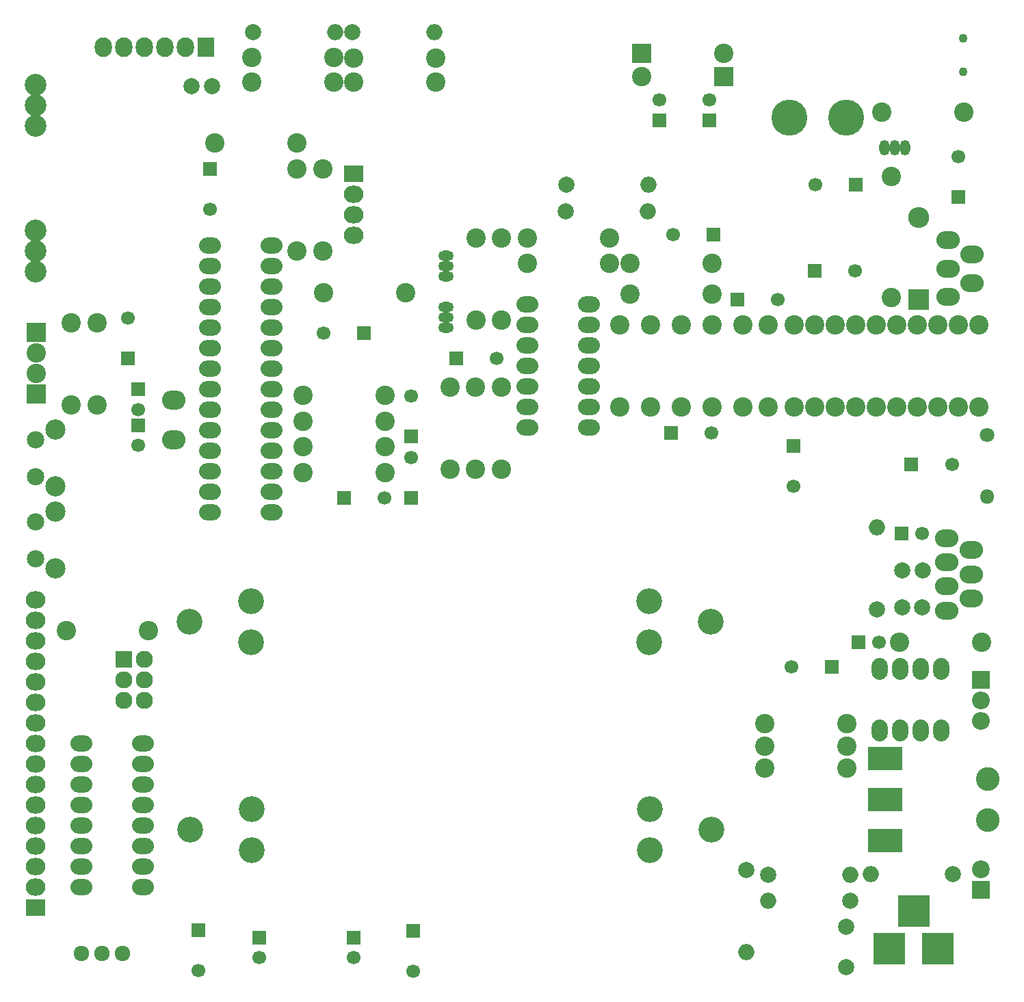
<source format=gbs>
G04 #@! TF.FileFunction,Soldermask,Bot*
%FSLAX46Y46*%
G04 Gerber Fmt 4.6, Leading zero omitted, Abs format (unit mm)*
G04 Created by KiCad (PCBNEW 4.0.3-stable) date 03/05/17 10:28:03*
%MOMM*%
%LPD*%
G01*
G04 APERTURE LIST*
%ADD10C,0.100000*%
%ADD11C,1.100000*%
%ADD12C,3.200000*%
%ADD13R,1.700000X1.700000*%
%ADD14C,1.700000*%
%ADD15C,2.000000*%
%ADD16C,2.398980*%
%ADD17R,2.398980X2.398980*%
%ADD18O,2.000000X2.000000*%
%ADD19C,1.800000*%
%ADD20O,1.800000X1.800000*%
%ADD21R,2.600000X2.600000*%
%ADD22O,2.600000X2.600000*%
%ADD23R,4.210000X2.940000*%
%ADD24C,2.940000*%
%ADD25R,3.900000X3.900000*%
%ADD26C,2.700000*%
%ADD27O,2.899360X2.398980*%
%ADD28R,2.200000X2.200000*%
%ADD29C,2.200000*%
%ADD30O,2.200000X2.200000*%
%ADD31O,2.000000X2.700000*%
%ADD32O,1.901140X1.299160*%
%ADD33R,2.400000X2.400000*%
%ADD34C,2.400000*%
%ADD35C,1.924000*%
%ADD36O,2.700000X2.000000*%
%ADD37C,2.500000*%
%ADD38C,2.150000*%
%ADD39R,2.127200X2.432000*%
%ADD40O,2.127200X2.432000*%
%ADD41C,4.464000*%
%ADD42R,2.127200X2.127200*%
%ADD43O,2.127200X2.127200*%
%ADD44R,2.432000X2.127200*%
%ADD45O,2.432000X2.127200*%
%ADD46O,2.899360X2.200860*%
%ADD47O,1.299160X1.901140*%
G04 APERTURE END LIST*
D10*
D11*
X164795000Y-40885000D03*
X164795000Y-36735000D03*
D12*
X133564000Y-109000000D03*
X125944000Y-111540000D03*
X125944000Y-106460000D03*
X69090000Y-109000000D03*
X76710000Y-106460000D03*
X76710000Y-111540000D03*
X69176000Y-134730000D03*
X76796000Y-132190000D03*
X76796000Y-137270000D03*
X133650000Y-134730000D03*
X126030000Y-137270000D03*
X126030000Y-132190000D03*
D13*
X71570000Y-52900000D03*
D14*
X71570000Y-57900000D03*
D13*
X61410000Y-76395000D03*
D14*
X61410000Y-71395000D03*
D13*
X88207000Y-93667000D03*
D14*
X93207000Y-93667000D03*
D13*
X96462000Y-93667000D03*
D14*
X96462000Y-88667000D03*
D13*
X96462000Y-86047000D03*
D14*
X96462000Y-81047000D03*
D13*
X90620000Y-73220000D03*
D14*
X85620000Y-73220000D03*
D13*
X102050000Y-76395000D03*
D14*
X107050000Y-76395000D03*
D13*
X133927000Y-61028000D03*
D14*
X128927000Y-61028000D03*
D13*
X136905000Y-69098000D03*
D14*
X141905000Y-69098000D03*
D13*
X128650000Y-85608000D03*
D14*
X133650000Y-85608000D03*
D15*
X150317200Y-151765000D03*
X150317200Y-146765000D03*
D16*
X155955000Y-53858000D03*
X155955000Y-68858000D03*
X135197000Y-38673460D03*
D17*
X125037000Y-38673460D03*
D16*
X125037000Y-41472540D03*
D17*
X135197000Y-41472540D03*
D15*
X157251400Y-107213400D03*
X159751400Y-107213400D03*
X157302200Y-102641400D03*
X159802200Y-102641400D03*
X163580000Y-140210000D03*
D18*
X153420000Y-140210000D03*
D15*
X137971600Y-139745600D03*
D18*
X137971600Y-149905600D03*
D15*
X140651600Y-140305600D03*
D18*
X150811600Y-140305600D03*
D15*
X150851600Y-143515600D03*
D18*
X140691600Y-143515600D03*
D15*
X154178000Y-107442000D03*
D18*
X154178000Y-97282000D03*
D19*
X167760000Y-85850000D03*
D20*
X167760000Y-93470000D03*
D15*
X115620800Y-58166000D03*
D18*
X125780800Y-58166000D03*
D15*
X115671600Y-54914800D03*
D18*
X125831600Y-54914800D03*
D15*
X89230200Y-36017200D03*
D18*
X99390200Y-36017200D03*
D15*
X76911200Y-35991800D03*
D18*
X87071200Y-35991800D03*
D15*
X69342000Y-42672000D03*
X71842000Y-42672000D03*
D21*
X159308800Y-69113400D03*
D22*
X159308800Y-58953400D03*
D23*
X155194000Y-130962400D03*
X155194000Y-125882400D03*
X155194000Y-136042400D03*
D24*
X167894000Y-128422400D03*
X167894000Y-133502400D03*
D25*
X155702000Y-149479000D03*
X161702000Y-149479000D03*
X158702000Y-144779000D03*
D26*
X49980000Y-63060000D03*
X49980000Y-65600000D03*
X49980000Y-60520000D03*
X49974500Y-45085000D03*
X49974500Y-47625000D03*
X49974500Y-42545000D03*
D27*
X67125000Y-81574060D03*
X67125000Y-86455940D03*
D28*
X167050000Y-142200000D03*
D29*
X167050000Y-139660000D03*
D28*
X167050000Y-116150000D03*
D30*
X167050000Y-118690000D03*
X167050000Y-121230000D03*
D16*
X121030000Y-64653000D03*
X110870000Y-64653000D03*
X140270000Y-127070000D03*
X150430000Y-127070000D03*
D31*
X154490000Y-122470000D03*
X157030000Y-122470000D03*
X159570000Y-122470000D03*
X162110000Y-122470000D03*
X162110000Y-114850000D03*
X159570000Y-114850000D03*
X157030000Y-114850000D03*
X154490000Y-114850000D03*
D16*
X140715000Y-72273000D03*
X140715000Y-82433000D03*
X137540000Y-72273000D03*
X137540000Y-82433000D03*
X150420000Y-121630000D03*
X140260000Y-121630000D03*
X140270000Y-124360000D03*
X150430000Y-124360000D03*
X93287000Y-87317000D03*
X83127000Y-87317000D03*
X166750000Y-72273000D03*
X166750000Y-82433000D03*
X164210000Y-72273000D03*
X164210000Y-82433000D03*
X161670000Y-72273000D03*
X161670000Y-82433000D03*
X159130000Y-72273000D03*
X159130000Y-82433000D03*
X156590000Y-72273000D03*
X156590000Y-82433000D03*
X154050000Y-72273000D03*
X154050000Y-82433000D03*
X151510000Y-72273000D03*
X151510000Y-82433000D03*
X148970000Y-72273000D03*
X148970000Y-82433000D03*
X146430000Y-72273000D03*
X146430000Y-82433000D03*
X143890000Y-72273000D03*
X143890000Y-82433000D03*
X93287000Y-84142000D03*
X83127000Y-84142000D03*
X93287000Y-80967000D03*
X83127000Y-80967000D03*
X122300000Y-72273000D03*
X122300000Y-82433000D03*
D13*
X148590000Y-114554000D03*
D14*
X143590000Y-114554000D03*
D16*
X133730000Y-72273000D03*
X133730000Y-82433000D03*
D32*
X100780000Y-64965000D03*
X100780000Y-63695000D03*
X100780000Y-66235000D03*
X100780000Y-71315000D03*
X100780000Y-70045000D03*
X100780000Y-72585000D03*
D16*
X104520000Y-71638000D03*
X104520000Y-61478000D03*
X93287000Y-90492000D03*
X83127000Y-90492000D03*
X123570000Y-68463000D03*
X133730000Y-68463000D03*
X133730000Y-64653000D03*
X123570000Y-64653000D03*
X107638000Y-79951000D03*
X107638000Y-90111000D03*
X126110000Y-82433000D03*
X126110000Y-72273000D03*
X129920000Y-72273000D03*
X129920000Y-82433000D03*
X104463000Y-90111000D03*
X104463000Y-79951000D03*
X107695000Y-61478000D03*
X107695000Y-71638000D03*
X101288000Y-79951000D03*
X101288000Y-90111000D03*
X110845600Y-61518800D03*
X121005600Y-61518800D03*
X164915000Y-45915000D03*
X154755000Y-45915000D03*
X76758800Y-39166800D03*
X86918800Y-39166800D03*
X89408000Y-42189400D03*
X99568000Y-42189400D03*
D13*
X157226000Y-98044000D03*
D14*
X159726000Y-98044000D03*
D13*
X151510000Y-54874000D03*
D14*
X146510000Y-54874000D03*
D13*
X62680000Y-80205000D03*
D14*
X62680000Y-82705000D03*
D33*
X50060000Y-80760000D03*
D34*
X50060000Y-78220000D03*
D16*
X99568000Y-39192200D03*
X89408000Y-39192200D03*
X76758800Y-42189400D03*
X86918800Y-42189400D03*
X54425000Y-82110000D03*
X54425000Y-71950000D03*
X167132000Y-111506000D03*
X156972000Y-111506000D03*
X85540000Y-63060000D03*
X85540000Y-52900000D03*
X82365000Y-63060000D03*
X82365000Y-52900000D03*
X53790000Y-110050000D03*
X63950000Y-110050000D03*
D35*
X58235000Y-150055000D03*
X55695000Y-150055000D03*
X60775000Y-150055000D03*
D36*
X71570000Y-62425000D03*
X71570000Y-64965000D03*
X71570000Y-67505000D03*
X71570000Y-70045000D03*
X71570000Y-72585000D03*
X71570000Y-75125000D03*
X71570000Y-77665000D03*
X71570000Y-80205000D03*
X71570000Y-82745000D03*
X71570000Y-85285000D03*
X71570000Y-87825000D03*
X71570000Y-90365000D03*
X71570000Y-92905000D03*
X71570000Y-95445000D03*
X79190000Y-95445000D03*
X79190000Y-92905000D03*
X79190000Y-90365000D03*
X79190000Y-87825000D03*
X79190000Y-85285000D03*
X79190000Y-82745000D03*
X79190000Y-80205000D03*
X79190000Y-77665000D03*
X79190000Y-75125000D03*
X79190000Y-72585000D03*
X79190000Y-70045000D03*
X79190000Y-67505000D03*
X79190000Y-64965000D03*
X79190000Y-62425000D03*
D37*
X52470000Y-95400000D03*
D38*
X49980000Y-96660000D03*
X49980000Y-101160000D03*
D37*
X52470000Y-102410000D03*
D39*
X71120000Y-37846000D03*
D40*
X68580000Y-37846000D03*
X66040000Y-37846000D03*
X63500000Y-37846000D03*
X60960000Y-37846000D03*
X58420000Y-37846000D03*
D16*
X72205000Y-49725000D03*
X82365000Y-49725000D03*
D13*
X143780000Y-87260000D03*
D14*
X143780000Y-92260000D03*
D13*
X151892000Y-111506000D03*
D14*
X154392000Y-111506000D03*
D13*
X146430000Y-65542000D03*
D14*
X151430000Y-65542000D03*
D13*
X164210000Y-56398000D03*
D14*
X164210000Y-51398000D03*
D13*
X158420000Y-89490000D03*
D14*
X163420000Y-89490000D03*
D13*
X62680000Y-84650000D03*
D14*
X62680000Y-87150000D03*
D33*
X50060000Y-73160000D03*
D34*
X50060000Y-75700000D03*
D41*
X150310000Y-46550000D03*
X143325000Y-46550000D03*
D42*
X60902000Y-113606000D03*
D43*
X63442000Y-113606000D03*
X60902000Y-116146000D03*
X63442000Y-116146000D03*
X60902000Y-118686000D03*
X63442000Y-118686000D03*
D44*
X89350000Y-53535000D03*
D45*
X89350000Y-56075000D03*
X89350000Y-58615000D03*
X89350000Y-61155000D03*
D44*
X49980000Y-144340000D03*
D45*
X49980000Y-141800000D03*
X49980000Y-139260000D03*
X49980000Y-136720000D03*
X49980000Y-134180000D03*
X49980000Y-131640000D03*
X49980000Y-129100000D03*
X49980000Y-126560000D03*
X49980000Y-124020000D03*
X49980000Y-121480000D03*
X49980000Y-118940000D03*
X49980000Y-116400000D03*
X49980000Y-113860000D03*
X49980000Y-111320000D03*
X49980000Y-108780000D03*
X49980000Y-106240000D03*
D37*
X52470000Y-85240000D03*
D38*
X49980000Y-86500000D03*
X49980000Y-91000000D03*
D37*
X52470000Y-92250000D03*
D36*
X118490000Y-84973000D03*
X118490000Y-82433000D03*
X118490000Y-79893000D03*
X118490000Y-77353000D03*
X118490000Y-74813000D03*
X118490000Y-72273000D03*
X118490000Y-69733000D03*
X110870000Y-69733000D03*
X110870000Y-72273000D03*
X110870000Y-74813000D03*
X110870000Y-77353000D03*
X110870000Y-79893000D03*
X110870000Y-82433000D03*
X110870000Y-84973000D03*
D46*
X162950160Y-65288000D03*
X162950160Y-61787880D03*
X162950160Y-68788120D03*
X165949900Y-67088860D03*
X165949900Y-63487140D03*
D47*
X156336000Y-50302000D03*
X157606000Y-50302000D03*
X155066000Y-50302000D03*
D36*
X63315000Y-141800000D03*
X63315000Y-139260000D03*
X63315000Y-136720000D03*
X63315000Y-134180000D03*
X63315000Y-131640000D03*
X63315000Y-129100000D03*
X63315000Y-126560000D03*
X63315000Y-124020000D03*
X55695000Y-124020000D03*
X55695000Y-126560000D03*
X55695000Y-129100000D03*
X55695000Y-131640000D03*
X55695000Y-134180000D03*
X55695000Y-136720000D03*
X55695000Y-139260000D03*
X55695000Y-141800000D03*
D16*
X57660000Y-82160000D03*
X57660000Y-72000000D03*
D13*
X96716000Y-147261000D03*
D14*
X96716000Y-152261000D03*
D13*
X89408000Y-148082000D03*
D14*
X89408000Y-150582000D03*
D13*
X77724000Y-148082000D03*
D14*
X77724000Y-150582000D03*
D13*
X70173000Y-147134000D03*
D14*
X70173000Y-152134000D03*
D16*
X95827000Y-68267000D03*
X85667000Y-68267000D03*
D13*
X133419000Y-46931000D03*
D14*
X133419000Y-44431000D03*
D13*
X127196000Y-46931000D03*
D14*
X127196000Y-44431000D03*
D46*
X162824160Y-107624000D03*
X162824160Y-98624000D03*
X165823900Y-103124000D03*
X165823900Y-100124000D03*
X165823900Y-106124000D03*
X162824160Y-104624000D03*
X162824160Y-101624000D03*
M02*

</source>
